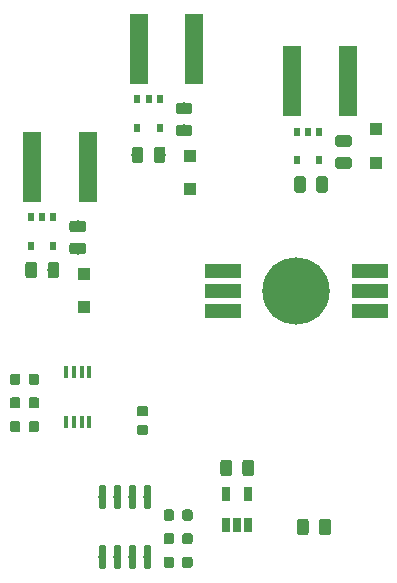
<source format=gbr>
G04 #@! TF.GenerationSoftware,KiCad,Pcbnew,5.1.4-e60b266~84~ubuntu18.04.1*
G04 #@! TF.CreationDate,2019-11-01T22:23:45-06:00*
G04 #@! TF.ProjectId,cob_single,636f625f-7369-46e6-976c-652e6b696361,rev?*
G04 #@! TF.SameCoordinates,Original*
G04 #@! TF.FileFunction,Paste,Top*
G04 #@! TF.FilePolarity,Positive*
%FSLAX46Y46*%
G04 Gerber Fmt 4.6, Leading zero omitted, Abs format (unit mm)*
G04 Created by KiCad (PCBNEW 5.1.4-e60b266~84~ubuntu18.04.1) date 2019-11-01 22:23:45*
%MOMM*%
%LPD*%
G04 APERTURE LIST*
%ADD10C,0.100000*%
%ADD11C,0.975000*%
%ADD12R,0.550000X0.800000*%
%ADD13R,0.650000X1.220000*%
%ADD14R,1.600000X5.900000*%
%ADD15R,1.100000X1.100000*%
%ADD16R,3.100000X1.200000*%
%ADD17C,5.700000*%
%ADD18C,0.875000*%
%ADD19C,0.650000*%
%ADD20R,0.400000X1.100000*%
G04 APERTURE END LIST*
D10*
G36*
X152830142Y-92551174D02*
G01*
X152853803Y-92554684D01*
X152877007Y-92560496D01*
X152899529Y-92568554D01*
X152921153Y-92578782D01*
X152941670Y-92591079D01*
X152960883Y-92605329D01*
X152978607Y-92621393D01*
X152994671Y-92639117D01*
X153008921Y-92658330D01*
X153021218Y-92678847D01*
X153031446Y-92700471D01*
X153039504Y-92722993D01*
X153045316Y-92746197D01*
X153048826Y-92769858D01*
X153050000Y-92793750D01*
X153050000Y-93706250D01*
X153048826Y-93730142D01*
X153045316Y-93753803D01*
X153039504Y-93777007D01*
X153031446Y-93799529D01*
X153021218Y-93821153D01*
X153008921Y-93841670D01*
X152994671Y-93860883D01*
X152978607Y-93878607D01*
X152960883Y-93894671D01*
X152941670Y-93908921D01*
X152921153Y-93921218D01*
X152899529Y-93931446D01*
X152877007Y-93939504D01*
X152853803Y-93945316D01*
X152830142Y-93948826D01*
X152806250Y-93950000D01*
X152318750Y-93950000D01*
X152294858Y-93948826D01*
X152271197Y-93945316D01*
X152247993Y-93939504D01*
X152225471Y-93931446D01*
X152203847Y-93921218D01*
X152183330Y-93908921D01*
X152164117Y-93894671D01*
X152146393Y-93878607D01*
X152130329Y-93860883D01*
X152116079Y-93841670D01*
X152103782Y-93821153D01*
X152093554Y-93799529D01*
X152085496Y-93777007D01*
X152079684Y-93753803D01*
X152076174Y-93730142D01*
X152075000Y-93706250D01*
X152075000Y-92793750D01*
X152076174Y-92769858D01*
X152079684Y-92746197D01*
X152085496Y-92722993D01*
X152093554Y-92700471D01*
X152103782Y-92678847D01*
X152116079Y-92658330D01*
X152130329Y-92639117D01*
X152146393Y-92621393D01*
X152164117Y-92605329D01*
X152183330Y-92591079D01*
X152203847Y-92578782D01*
X152225471Y-92568554D01*
X152247993Y-92560496D01*
X152271197Y-92554684D01*
X152294858Y-92551174D01*
X152318750Y-92550000D01*
X152806250Y-92550000D01*
X152830142Y-92551174D01*
X152830142Y-92551174D01*
G37*
D11*
X152562500Y-93250000D03*
D10*
G36*
X154705142Y-92551174D02*
G01*
X154728803Y-92554684D01*
X154752007Y-92560496D01*
X154774529Y-92568554D01*
X154796153Y-92578782D01*
X154816670Y-92591079D01*
X154835883Y-92605329D01*
X154853607Y-92621393D01*
X154869671Y-92639117D01*
X154883921Y-92658330D01*
X154896218Y-92678847D01*
X154906446Y-92700471D01*
X154914504Y-92722993D01*
X154920316Y-92746197D01*
X154923826Y-92769858D01*
X154925000Y-92793750D01*
X154925000Y-93706250D01*
X154923826Y-93730142D01*
X154920316Y-93753803D01*
X154914504Y-93777007D01*
X154906446Y-93799529D01*
X154896218Y-93821153D01*
X154883921Y-93841670D01*
X154869671Y-93860883D01*
X154853607Y-93878607D01*
X154835883Y-93894671D01*
X154816670Y-93908921D01*
X154796153Y-93921218D01*
X154774529Y-93931446D01*
X154752007Y-93939504D01*
X154728803Y-93945316D01*
X154705142Y-93948826D01*
X154681250Y-93950000D01*
X154193750Y-93950000D01*
X154169858Y-93948826D01*
X154146197Y-93945316D01*
X154122993Y-93939504D01*
X154100471Y-93931446D01*
X154078847Y-93921218D01*
X154058330Y-93908921D01*
X154039117Y-93894671D01*
X154021393Y-93878607D01*
X154005329Y-93860883D01*
X153991079Y-93841670D01*
X153978782Y-93821153D01*
X153968554Y-93799529D01*
X153960496Y-93777007D01*
X153954684Y-93753803D01*
X153951174Y-93730142D01*
X153950000Y-93706250D01*
X153950000Y-92793750D01*
X153951174Y-92769858D01*
X153954684Y-92746197D01*
X153960496Y-92722993D01*
X153968554Y-92700471D01*
X153978782Y-92678847D01*
X153991079Y-92658330D01*
X154005329Y-92639117D01*
X154021393Y-92621393D01*
X154039117Y-92605329D01*
X154058330Y-92591079D01*
X154078847Y-92578782D01*
X154100471Y-92568554D01*
X154122993Y-92560496D01*
X154146197Y-92554684D01*
X154169858Y-92551174D01*
X154193750Y-92550000D01*
X154681250Y-92550000D01*
X154705142Y-92551174D01*
X154705142Y-92551174D01*
G37*
D11*
X154437500Y-93250000D03*
D10*
G36*
X156980142Y-89076174D02*
G01*
X157003803Y-89079684D01*
X157027007Y-89085496D01*
X157049529Y-89093554D01*
X157071153Y-89103782D01*
X157091670Y-89116079D01*
X157110883Y-89130329D01*
X157128607Y-89146393D01*
X157144671Y-89164117D01*
X157158921Y-89183330D01*
X157171218Y-89203847D01*
X157181446Y-89225471D01*
X157189504Y-89247993D01*
X157195316Y-89271197D01*
X157198826Y-89294858D01*
X157200000Y-89318750D01*
X157200000Y-89806250D01*
X157198826Y-89830142D01*
X157195316Y-89853803D01*
X157189504Y-89877007D01*
X157181446Y-89899529D01*
X157171218Y-89921153D01*
X157158921Y-89941670D01*
X157144671Y-89960883D01*
X157128607Y-89978607D01*
X157110883Y-89994671D01*
X157091670Y-90008921D01*
X157071153Y-90021218D01*
X157049529Y-90031446D01*
X157027007Y-90039504D01*
X157003803Y-90045316D01*
X156980142Y-90048826D01*
X156956250Y-90050000D01*
X156043750Y-90050000D01*
X156019858Y-90048826D01*
X155996197Y-90045316D01*
X155972993Y-90039504D01*
X155950471Y-90031446D01*
X155928847Y-90021218D01*
X155908330Y-90008921D01*
X155889117Y-89994671D01*
X155871393Y-89978607D01*
X155855329Y-89960883D01*
X155841079Y-89941670D01*
X155828782Y-89921153D01*
X155818554Y-89899529D01*
X155810496Y-89877007D01*
X155804684Y-89853803D01*
X155801174Y-89830142D01*
X155800000Y-89806250D01*
X155800000Y-89318750D01*
X155801174Y-89294858D01*
X155804684Y-89271197D01*
X155810496Y-89247993D01*
X155818554Y-89225471D01*
X155828782Y-89203847D01*
X155841079Y-89183330D01*
X155855329Y-89164117D01*
X155871393Y-89146393D01*
X155889117Y-89130329D01*
X155908330Y-89116079D01*
X155928847Y-89103782D01*
X155950471Y-89093554D01*
X155972993Y-89085496D01*
X155996197Y-89079684D01*
X156019858Y-89076174D01*
X156043750Y-89075000D01*
X156956250Y-89075000D01*
X156980142Y-89076174D01*
X156980142Y-89076174D01*
G37*
D11*
X156500000Y-89562500D03*
D10*
G36*
X156980142Y-90951174D02*
G01*
X157003803Y-90954684D01*
X157027007Y-90960496D01*
X157049529Y-90968554D01*
X157071153Y-90978782D01*
X157091670Y-90991079D01*
X157110883Y-91005329D01*
X157128607Y-91021393D01*
X157144671Y-91039117D01*
X157158921Y-91058330D01*
X157171218Y-91078847D01*
X157181446Y-91100471D01*
X157189504Y-91122993D01*
X157195316Y-91146197D01*
X157198826Y-91169858D01*
X157200000Y-91193750D01*
X157200000Y-91681250D01*
X157198826Y-91705142D01*
X157195316Y-91728803D01*
X157189504Y-91752007D01*
X157181446Y-91774529D01*
X157171218Y-91796153D01*
X157158921Y-91816670D01*
X157144671Y-91835883D01*
X157128607Y-91853607D01*
X157110883Y-91869671D01*
X157091670Y-91883921D01*
X157071153Y-91896218D01*
X157049529Y-91906446D01*
X157027007Y-91914504D01*
X157003803Y-91920316D01*
X156980142Y-91923826D01*
X156956250Y-91925000D01*
X156043750Y-91925000D01*
X156019858Y-91923826D01*
X155996197Y-91920316D01*
X155972993Y-91914504D01*
X155950471Y-91906446D01*
X155928847Y-91896218D01*
X155908330Y-91883921D01*
X155889117Y-91869671D01*
X155871393Y-91853607D01*
X155855329Y-91835883D01*
X155841079Y-91816670D01*
X155828782Y-91796153D01*
X155818554Y-91774529D01*
X155810496Y-91752007D01*
X155804684Y-91728803D01*
X155801174Y-91705142D01*
X155800000Y-91681250D01*
X155800000Y-91193750D01*
X155801174Y-91169858D01*
X155804684Y-91146197D01*
X155810496Y-91122993D01*
X155818554Y-91100471D01*
X155828782Y-91078847D01*
X155841079Y-91058330D01*
X155855329Y-91039117D01*
X155871393Y-91021393D01*
X155889117Y-91005329D01*
X155908330Y-90991079D01*
X155928847Y-90978782D01*
X155950471Y-90968554D01*
X155972993Y-90960496D01*
X155996197Y-90954684D01*
X156019858Y-90951174D01*
X156043750Y-90950000D01*
X156956250Y-90950000D01*
X156980142Y-90951174D01*
X156980142Y-90951174D01*
G37*
D11*
X156500000Y-91437500D03*
D12*
X176950000Y-83950000D03*
X175050000Y-83950000D03*
X176950000Y-81550000D03*
X175050000Y-81550000D03*
X176000000Y-81550000D03*
X163450000Y-81200000D03*
X161550000Y-81200000D03*
X163450000Y-78800000D03*
X161550000Y-78800000D03*
X162500000Y-78800000D03*
X154450000Y-91200000D03*
X152550000Y-91200000D03*
X154450000Y-88800000D03*
X152550000Y-88800000D03*
X153500000Y-88800000D03*
D13*
X169050000Y-112190000D03*
X170950000Y-112190000D03*
X170950000Y-114810000D03*
X170000000Y-114810000D03*
X169050000Y-114810000D03*
D10*
G36*
X175580142Y-85301174D02*
G01*
X175603803Y-85304684D01*
X175627007Y-85310496D01*
X175649529Y-85318554D01*
X175671153Y-85328782D01*
X175691670Y-85341079D01*
X175710883Y-85355329D01*
X175728607Y-85371393D01*
X175744671Y-85389117D01*
X175758921Y-85408330D01*
X175771218Y-85428847D01*
X175781446Y-85450471D01*
X175789504Y-85472993D01*
X175795316Y-85496197D01*
X175798826Y-85519858D01*
X175800000Y-85543750D01*
X175800000Y-86456250D01*
X175798826Y-86480142D01*
X175795316Y-86503803D01*
X175789504Y-86527007D01*
X175781446Y-86549529D01*
X175771218Y-86571153D01*
X175758921Y-86591670D01*
X175744671Y-86610883D01*
X175728607Y-86628607D01*
X175710883Y-86644671D01*
X175691670Y-86658921D01*
X175671153Y-86671218D01*
X175649529Y-86681446D01*
X175627007Y-86689504D01*
X175603803Y-86695316D01*
X175580142Y-86698826D01*
X175556250Y-86700000D01*
X175068750Y-86700000D01*
X175044858Y-86698826D01*
X175021197Y-86695316D01*
X174997993Y-86689504D01*
X174975471Y-86681446D01*
X174953847Y-86671218D01*
X174933330Y-86658921D01*
X174914117Y-86644671D01*
X174896393Y-86628607D01*
X174880329Y-86610883D01*
X174866079Y-86591670D01*
X174853782Y-86571153D01*
X174843554Y-86549529D01*
X174835496Y-86527007D01*
X174829684Y-86503803D01*
X174826174Y-86480142D01*
X174825000Y-86456250D01*
X174825000Y-85543750D01*
X174826174Y-85519858D01*
X174829684Y-85496197D01*
X174835496Y-85472993D01*
X174843554Y-85450471D01*
X174853782Y-85428847D01*
X174866079Y-85408330D01*
X174880329Y-85389117D01*
X174896393Y-85371393D01*
X174914117Y-85355329D01*
X174933330Y-85341079D01*
X174953847Y-85328782D01*
X174975471Y-85318554D01*
X174997993Y-85310496D01*
X175021197Y-85304684D01*
X175044858Y-85301174D01*
X175068750Y-85300000D01*
X175556250Y-85300000D01*
X175580142Y-85301174D01*
X175580142Y-85301174D01*
G37*
D11*
X175312500Y-86000000D03*
D10*
G36*
X177455142Y-85301174D02*
G01*
X177478803Y-85304684D01*
X177502007Y-85310496D01*
X177524529Y-85318554D01*
X177546153Y-85328782D01*
X177566670Y-85341079D01*
X177585883Y-85355329D01*
X177603607Y-85371393D01*
X177619671Y-85389117D01*
X177633921Y-85408330D01*
X177646218Y-85428847D01*
X177656446Y-85450471D01*
X177664504Y-85472993D01*
X177670316Y-85496197D01*
X177673826Y-85519858D01*
X177675000Y-85543750D01*
X177675000Y-86456250D01*
X177673826Y-86480142D01*
X177670316Y-86503803D01*
X177664504Y-86527007D01*
X177656446Y-86549529D01*
X177646218Y-86571153D01*
X177633921Y-86591670D01*
X177619671Y-86610883D01*
X177603607Y-86628607D01*
X177585883Y-86644671D01*
X177566670Y-86658921D01*
X177546153Y-86671218D01*
X177524529Y-86681446D01*
X177502007Y-86689504D01*
X177478803Y-86695316D01*
X177455142Y-86698826D01*
X177431250Y-86700000D01*
X176943750Y-86700000D01*
X176919858Y-86698826D01*
X176896197Y-86695316D01*
X176872993Y-86689504D01*
X176850471Y-86681446D01*
X176828847Y-86671218D01*
X176808330Y-86658921D01*
X176789117Y-86644671D01*
X176771393Y-86628607D01*
X176755329Y-86610883D01*
X176741079Y-86591670D01*
X176728782Y-86571153D01*
X176718554Y-86549529D01*
X176710496Y-86527007D01*
X176704684Y-86503803D01*
X176701174Y-86480142D01*
X176700000Y-86456250D01*
X176700000Y-85543750D01*
X176701174Y-85519858D01*
X176704684Y-85496197D01*
X176710496Y-85472993D01*
X176718554Y-85450471D01*
X176728782Y-85428847D01*
X176741079Y-85408330D01*
X176755329Y-85389117D01*
X176771393Y-85371393D01*
X176789117Y-85355329D01*
X176808330Y-85341079D01*
X176828847Y-85328782D01*
X176850471Y-85318554D01*
X176872993Y-85310496D01*
X176896197Y-85304684D01*
X176919858Y-85301174D01*
X176943750Y-85300000D01*
X177431250Y-85300000D01*
X177455142Y-85301174D01*
X177455142Y-85301174D01*
G37*
D11*
X177187500Y-86000000D03*
D10*
G36*
X161830142Y-82801174D02*
G01*
X161853803Y-82804684D01*
X161877007Y-82810496D01*
X161899529Y-82818554D01*
X161921153Y-82828782D01*
X161941670Y-82841079D01*
X161960883Y-82855329D01*
X161978607Y-82871393D01*
X161994671Y-82889117D01*
X162008921Y-82908330D01*
X162021218Y-82928847D01*
X162031446Y-82950471D01*
X162039504Y-82972993D01*
X162045316Y-82996197D01*
X162048826Y-83019858D01*
X162050000Y-83043750D01*
X162050000Y-83956250D01*
X162048826Y-83980142D01*
X162045316Y-84003803D01*
X162039504Y-84027007D01*
X162031446Y-84049529D01*
X162021218Y-84071153D01*
X162008921Y-84091670D01*
X161994671Y-84110883D01*
X161978607Y-84128607D01*
X161960883Y-84144671D01*
X161941670Y-84158921D01*
X161921153Y-84171218D01*
X161899529Y-84181446D01*
X161877007Y-84189504D01*
X161853803Y-84195316D01*
X161830142Y-84198826D01*
X161806250Y-84200000D01*
X161318750Y-84200000D01*
X161294858Y-84198826D01*
X161271197Y-84195316D01*
X161247993Y-84189504D01*
X161225471Y-84181446D01*
X161203847Y-84171218D01*
X161183330Y-84158921D01*
X161164117Y-84144671D01*
X161146393Y-84128607D01*
X161130329Y-84110883D01*
X161116079Y-84091670D01*
X161103782Y-84071153D01*
X161093554Y-84049529D01*
X161085496Y-84027007D01*
X161079684Y-84003803D01*
X161076174Y-83980142D01*
X161075000Y-83956250D01*
X161075000Y-83043750D01*
X161076174Y-83019858D01*
X161079684Y-82996197D01*
X161085496Y-82972993D01*
X161093554Y-82950471D01*
X161103782Y-82928847D01*
X161116079Y-82908330D01*
X161130329Y-82889117D01*
X161146393Y-82871393D01*
X161164117Y-82855329D01*
X161183330Y-82841079D01*
X161203847Y-82828782D01*
X161225471Y-82818554D01*
X161247993Y-82810496D01*
X161271197Y-82804684D01*
X161294858Y-82801174D01*
X161318750Y-82800000D01*
X161806250Y-82800000D01*
X161830142Y-82801174D01*
X161830142Y-82801174D01*
G37*
D11*
X161562500Y-83500000D03*
D10*
G36*
X163705142Y-82801174D02*
G01*
X163728803Y-82804684D01*
X163752007Y-82810496D01*
X163774529Y-82818554D01*
X163796153Y-82828782D01*
X163816670Y-82841079D01*
X163835883Y-82855329D01*
X163853607Y-82871393D01*
X163869671Y-82889117D01*
X163883921Y-82908330D01*
X163896218Y-82928847D01*
X163906446Y-82950471D01*
X163914504Y-82972993D01*
X163920316Y-82996197D01*
X163923826Y-83019858D01*
X163925000Y-83043750D01*
X163925000Y-83956250D01*
X163923826Y-83980142D01*
X163920316Y-84003803D01*
X163914504Y-84027007D01*
X163906446Y-84049529D01*
X163896218Y-84071153D01*
X163883921Y-84091670D01*
X163869671Y-84110883D01*
X163853607Y-84128607D01*
X163835883Y-84144671D01*
X163816670Y-84158921D01*
X163796153Y-84171218D01*
X163774529Y-84181446D01*
X163752007Y-84189504D01*
X163728803Y-84195316D01*
X163705142Y-84198826D01*
X163681250Y-84200000D01*
X163193750Y-84200000D01*
X163169858Y-84198826D01*
X163146197Y-84195316D01*
X163122993Y-84189504D01*
X163100471Y-84181446D01*
X163078847Y-84171218D01*
X163058330Y-84158921D01*
X163039117Y-84144671D01*
X163021393Y-84128607D01*
X163005329Y-84110883D01*
X162991079Y-84091670D01*
X162978782Y-84071153D01*
X162968554Y-84049529D01*
X162960496Y-84027007D01*
X162954684Y-84003803D01*
X162951174Y-83980142D01*
X162950000Y-83956250D01*
X162950000Y-83043750D01*
X162951174Y-83019858D01*
X162954684Y-82996197D01*
X162960496Y-82972993D01*
X162968554Y-82950471D01*
X162978782Y-82928847D01*
X162991079Y-82908330D01*
X163005329Y-82889117D01*
X163021393Y-82871393D01*
X163039117Y-82855329D01*
X163058330Y-82841079D01*
X163078847Y-82828782D01*
X163100471Y-82818554D01*
X163122993Y-82810496D01*
X163146197Y-82804684D01*
X163169858Y-82801174D01*
X163193750Y-82800000D01*
X163681250Y-82800000D01*
X163705142Y-82801174D01*
X163705142Y-82801174D01*
G37*
D11*
X163437500Y-83500000D03*
D14*
X179350000Y-77250000D03*
X174650000Y-77250000D03*
X161650000Y-74500000D03*
X166350000Y-74500000D03*
X152650000Y-84500000D03*
X157350000Y-84500000D03*
D15*
X181750000Y-84150000D03*
X181750000Y-81350000D03*
X166000000Y-83600000D03*
X166000000Y-86400000D03*
X157000000Y-93600000D03*
X157000000Y-96400000D03*
D10*
G36*
X179480142Y-81826174D02*
G01*
X179503803Y-81829684D01*
X179527007Y-81835496D01*
X179549529Y-81843554D01*
X179571153Y-81853782D01*
X179591670Y-81866079D01*
X179610883Y-81880329D01*
X179628607Y-81896393D01*
X179644671Y-81914117D01*
X179658921Y-81933330D01*
X179671218Y-81953847D01*
X179681446Y-81975471D01*
X179689504Y-81997993D01*
X179695316Y-82021197D01*
X179698826Y-82044858D01*
X179700000Y-82068750D01*
X179700000Y-82556250D01*
X179698826Y-82580142D01*
X179695316Y-82603803D01*
X179689504Y-82627007D01*
X179681446Y-82649529D01*
X179671218Y-82671153D01*
X179658921Y-82691670D01*
X179644671Y-82710883D01*
X179628607Y-82728607D01*
X179610883Y-82744671D01*
X179591670Y-82758921D01*
X179571153Y-82771218D01*
X179549529Y-82781446D01*
X179527007Y-82789504D01*
X179503803Y-82795316D01*
X179480142Y-82798826D01*
X179456250Y-82800000D01*
X178543750Y-82800000D01*
X178519858Y-82798826D01*
X178496197Y-82795316D01*
X178472993Y-82789504D01*
X178450471Y-82781446D01*
X178428847Y-82771218D01*
X178408330Y-82758921D01*
X178389117Y-82744671D01*
X178371393Y-82728607D01*
X178355329Y-82710883D01*
X178341079Y-82691670D01*
X178328782Y-82671153D01*
X178318554Y-82649529D01*
X178310496Y-82627007D01*
X178304684Y-82603803D01*
X178301174Y-82580142D01*
X178300000Y-82556250D01*
X178300000Y-82068750D01*
X178301174Y-82044858D01*
X178304684Y-82021197D01*
X178310496Y-81997993D01*
X178318554Y-81975471D01*
X178328782Y-81953847D01*
X178341079Y-81933330D01*
X178355329Y-81914117D01*
X178371393Y-81896393D01*
X178389117Y-81880329D01*
X178408330Y-81866079D01*
X178428847Y-81853782D01*
X178450471Y-81843554D01*
X178472993Y-81835496D01*
X178496197Y-81829684D01*
X178519858Y-81826174D01*
X178543750Y-81825000D01*
X179456250Y-81825000D01*
X179480142Y-81826174D01*
X179480142Y-81826174D01*
G37*
D11*
X179000000Y-82312500D03*
D10*
G36*
X179480142Y-83701174D02*
G01*
X179503803Y-83704684D01*
X179527007Y-83710496D01*
X179549529Y-83718554D01*
X179571153Y-83728782D01*
X179591670Y-83741079D01*
X179610883Y-83755329D01*
X179628607Y-83771393D01*
X179644671Y-83789117D01*
X179658921Y-83808330D01*
X179671218Y-83828847D01*
X179681446Y-83850471D01*
X179689504Y-83872993D01*
X179695316Y-83896197D01*
X179698826Y-83919858D01*
X179700000Y-83943750D01*
X179700000Y-84431250D01*
X179698826Y-84455142D01*
X179695316Y-84478803D01*
X179689504Y-84502007D01*
X179681446Y-84524529D01*
X179671218Y-84546153D01*
X179658921Y-84566670D01*
X179644671Y-84585883D01*
X179628607Y-84603607D01*
X179610883Y-84619671D01*
X179591670Y-84633921D01*
X179571153Y-84646218D01*
X179549529Y-84656446D01*
X179527007Y-84664504D01*
X179503803Y-84670316D01*
X179480142Y-84673826D01*
X179456250Y-84675000D01*
X178543750Y-84675000D01*
X178519858Y-84673826D01*
X178496197Y-84670316D01*
X178472993Y-84664504D01*
X178450471Y-84656446D01*
X178428847Y-84646218D01*
X178408330Y-84633921D01*
X178389117Y-84619671D01*
X178371393Y-84603607D01*
X178355329Y-84585883D01*
X178341079Y-84566670D01*
X178328782Y-84546153D01*
X178318554Y-84524529D01*
X178310496Y-84502007D01*
X178304684Y-84478803D01*
X178301174Y-84455142D01*
X178300000Y-84431250D01*
X178300000Y-83943750D01*
X178301174Y-83919858D01*
X178304684Y-83896197D01*
X178310496Y-83872993D01*
X178318554Y-83850471D01*
X178328782Y-83828847D01*
X178341079Y-83808330D01*
X178355329Y-83789117D01*
X178371393Y-83771393D01*
X178389117Y-83755329D01*
X178408330Y-83741079D01*
X178428847Y-83728782D01*
X178450471Y-83718554D01*
X178472993Y-83710496D01*
X178496197Y-83704684D01*
X178519858Y-83701174D01*
X178543750Y-83700000D01*
X179456250Y-83700000D01*
X179480142Y-83701174D01*
X179480142Y-83701174D01*
G37*
D11*
X179000000Y-84187500D03*
D10*
G36*
X171205142Y-109301174D02*
G01*
X171228803Y-109304684D01*
X171252007Y-109310496D01*
X171274529Y-109318554D01*
X171296153Y-109328782D01*
X171316670Y-109341079D01*
X171335883Y-109355329D01*
X171353607Y-109371393D01*
X171369671Y-109389117D01*
X171383921Y-109408330D01*
X171396218Y-109428847D01*
X171406446Y-109450471D01*
X171414504Y-109472993D01*
X171420316Y-109496197D01*
X171423826Y-109519858D01*
X171425000Y-109543750D01*
X171425000Y-110456250D01*
X171423826Y-110480142D01*
X171420316Y-110503803D01*
X171414504Y-110527007D01*
X171406446Y-110549529D01*
X171396218Y-110571153D01*
X171383921Y-110591670D01*
X171369671Y-110610883D01*
X171353607Y-110628607D01*
X171335883Y-110644671D01*
X171316670Y-110658921D01*
X171296153Y-110671218D01*
X171274529Y-110681446D01*
X171252007Y-110689504D01*
X171228803Y-110695316D01*
X171205142Y-110698826D01*
X171181250Y-110700000D01*
X170693750Y-110700000D01*
X170669858Y-110698826D01*
X170646197Y-110695316D01*
X170622993Y-110689504D01*
X170600471Y-110681446D01*
X170578847Y-110671218D01*
X170558330Y-110658921D01*
X170539117Y-110644671D01*
X170521393Y-110628607D01*
X170505329Y-110610883D01*
X170491079Y-110591670D01*
X170478782Y-110571153D01*
X170468554Y-110549529D01*
X170460496Y-110527007D01*
X170454684Y-110503803D01*
X170451174Y-110480142D01*
X170450000Y-110456250D01*
X170450000Y-109543750D01*
X170451174Y-109519858D01*
X170454684Y-109496197D01*
X170460496Y-109472993D01*
X170468554Y-109450471D01*
X170478782Y-109428847D01*
X170491079Y-109408330D01*
X170505329Y-109389117D01*
X170521393Y-109371393D01*
X170539117Y-109355329D01*
X170558330Y-109341079D01*
X170578847Y-109328782D01*
X170600471Y-109318554D01*
X170622993Y-109310496D01*
X170646197Y-109304684D01*
X170669858Y-109301174D01*
X170693750Y-109300000D01*
X171181250Y-109300000D01*
X171205142Y-109301174D01*
X171205142Y-109301174D01*
G37*
D11*
X170937500Y-110000000D03*
D10*
G36*
X169330142Y-109301174D02*
G01*
X169353803Y-109304684D01*
X169377007Y-109310496D01*
X169399529Y-109318554D01*
X169421153Y-109328782D01*
X169441670Y-109341079D01*
X169460883Y-109355329D01*
X169478607Y-109371393D01*
X169494671Y-109389117D01*
X169508921Y-109408330D01*
X169521218Y-109428847D01*
X169531446Y-109450471D01*
X169539504Y-109472993D01*
X169545316Y-109496197D01*
X169548826Y-109519858D01*
X169550000Y-109543750D01*
X169550000Y-110456250D01*
X169548826Y-110480142D01*
X169545316Y-110503803D01*
X169539504Y-110527007D01*
X169531446Y-110549529D01*
X169521218Y-110571153D01*
X169508921Y-110591670D01*
X169494671Y-110610883D01*
X169478607Y-110628607D01*
X169460883Y-110644671D01*
X169441670Y-110658921D01*
X169421153Y-110671218D01*
X169399529Y-110681446D01*
X169377007Y-110689504D01*
X169353803Y-110695316D01*
X169330142Y-110698826D01*
X169306250Y-110700000D01*
X168818750Y-110700000D01*
X168794858Y-110698826D01*
X168771197Y-110695316D01*
X168747993Y-110689504D01*
X168725471Y-110681446D01*
X168703847Y-110671218D01*
X168683330Y-110658921D01*
X168664117Y-110644671D01*
X168646393Y-110628607D01*
X168630329Y-110610883D01*
X168616079Y-110591670D01*
X168603782Y-110571153D01*
X168593554Y-110549529D01*
X168585496Y-110527007D01*
X168579684Y-110503803D01*
X168576174Y-110480142D01*
X168575000Y-110456250D01*
X168575000Y-109543750D01*
X168576174Y-109519858D01*
X168579684Y-109496197D01*
X168585496Y-109472993D01*
X168593554Y-109450471D01*
X168603782Y-109428847D01*
X168616079Y-109408330D01*
X168630329Y-109389117D01*
X168646393Y-109371393D01*
X168664117Y-109355329D01*
X168683330Y-109341079D01*
X168703847Y-109328782D01*
X168725471Y-109318554D01*
X168747993Y-109310496D01*
X168771197Y-109304684D01*
X168794858Y-109301174D01*
X168818750Y-109300000D01*
X169306250Y-109300000D01*
X169330142Y-109301174D01*
X169330142Y-109301174D01*
G37*
D11*
X169062500Y-110000000D03*
D10*
G36*
X165980142Y-79076174D02*
G01*
X166003803Y-79079684D01*
X166027007Y-79085496D01*
X166049529Y-79093554D01*
X166071153Y-79103782D01*
X166091670Y-79116079D01*
X166110883Y-79130329D01*
X166128607Y-79146393D01*
X166144671Y-79164117D01*
X166158921Y-79183330D01*
X166171218Y-79203847D01*
X166181446Y-79225471D01*
X166189504Y-79247993D01*
X166195316Y-79271197D01*
X166198826Y-79294858D01*
X166200000Y-79318750D01*
X166200000Y-79806250D01*
X166198826Y-79830142D01*
X166195316Y-79853803D01*
X166189504Y-79877007D01*
X166181446Y-79899529D01*
X166171218Y-79921153D01*
X166158921Y-79941670D01*
X166144671Y-79960883D01*
X166128607Y-79978607D01*
X166110883Y-79994671D01*
X166091670Y-80008921D01*
X166071153Y-80021218D01*
X166049529Y-80031446D01*
X166027007Y-80039504D01*
X166003803Y-80045316D01*
X165980142Y-80048826D01*
X165956250Y-80050000D01*
X165043750Y-80050000D01*
X165019858Y-80048826D01*
X164996197Y-80045316D01*
X164972993Y-80039504D01*
X164950471Y-80031446D01*
X164928847Y-80021218D01*
X164908330Y-80008921D01*
X164889117Y-79994671D01*
X164871393Y-79978607D01*
X164855329Y-79960883D01*
X164841079Y-79941670D01*
X164828782Y-79921153D01*
X164818554Y-79899529D01*
X164810496Y-79877007D01*
X164804684Y-79853803D01*
X164801174Y-79830142D01*
X164800000Y-79806250D01*
X164800000Y-79318750D01*
X164801174Y-79294858D01*
X164804684Y-79271197D01*
X164810496Y-79247993D01*
X164818554Y-79225471D01*
X164828782Y-79203847D01*
X164841079Y-79183330D01*
X164855329Y-79164117D01*
X164871393Y-79146393D01*
X164889117Y-79130329D01*
X164908330Y-79116079D01*
X164928847Y-79103782D01*
X164950471Y-79093554D01*
X164972993Y-79085496D01*
X164996197Y-79079684D01*
X165019858Y-79076174D01*
X165043750Y-79075000D01*
X165956250Y-79075000D01*
X165980142Y-79076174D01*
X165980142Y-79076174D01*
G37*
D11*
X165500000Y-79562500D03*
D10*
G36*
X165980142Y-80951174D02*
G01*
X166003803Y-80954684D01*
X166027007Y-80960496D01*
X166049529Y-80968554D01*
X166071153Y-80978782D01*
X166091670Y-80991079D01*
X166110883Y-81005329D01*
X166128607Y-81021393D01*
X166144671Y-81039117D01*
X166158921Y-81058330D01*
X166171218Y-81078847D01*
X166181446Y-81100471D01*
X166189504Y-81122993D01*
X166195316Y-81146197D01*
X166198826Y-81169858D01*
X166200000Y-81193750D01*
X166200000Y-81681250D01*
X166198826Y-81705142D01*
X166195316Y-81728803D01*
X166189504Y-81752007D01*
X166181446Y-81774529D01*
X166171218Y-81796153D01*
X166158921Y-81816670D01*
X166144671Y-81835883D01*
X166128607Y-81853607D01*
X166110883Y-81869671D01*
X166091670Y-81883921D01*
X166071153Y-81896218D01*
X166049529Y-81906446D01*
X166027007Y-81914504D01*
X166003803Y-81920316D01*
X165980142Y-81923826D01*
X165956250Y-81925000D01*
X165043750Y-81925000D01*
X165019858Y-81923826D01*
X164996197Y-81920316D01*
X164972993Y-81914504D01*
X164950471Y-81906446D01*
X164928847Y-81896218D01*
X164908330Y-81883921D01*
X164889117Y-81869671D01*
X164871393Y-81853607D01*
X164855329Y-81835883D01*
X164841079Y-81816670D01*
X164828782Y-81796153D01*
X164818554Y-81774529D01*
X164810496Y-81752007D01*
X164804684Y-81728803D01*
X164801174Y-81705142D01*
X164800000Y-81681250D01*
X164800000Y-81193750D01*
X164801174Y-81169858D01*
X164804684Y-81146197D01*
X164810496Y-81122993D01*
X164818554Y-81100471D01*
X164828782Y-81078847D01*
X164841079Y-81058330D01*
X164855329Y-81039117D01*
X164871393Y-81021393D01*
X164889117Y-81005329D01*
X164908330Y-80991079D01*
X164928847Y-80978782D01*
X164950471Y-80968554D01*
X164972993Y-80960496D01*
X164996197Y-80954684D01*
X165019858Y-80951174D01*
X165043750Y-80950000D01*
X165956250Y-80950000D01*
X165980142Y-80951174D01*
X165980142Y-80951174D01*
G37*
D11*
X165500000Y-81437500D03*
D16*
X181220000Y-96700000D03*
X181220000Y-95000000D03*
X181220000Y-93300000D03*
D17*
X175000000Y-95000000D03*
D16*
X168780000Y-93300000D03*
X168780000Y-95000000D03*
X168780000Y-96700000D03*
D10*
G36*
X166027691Y-117526053D02*
G01*
X166048926Y-117529203D01*
X166069750Y-117534419D01*
X166089962Y-117541651D01*
X166109368Y-117550830D01*
X166127781Y-117561866D01*
X166145024Y-117574654D01*
X166160930Y-117589070D01*
X166175346Y-117604976D01*
X166188134Y-117622219D01*
X166199170Y-117640632D01*
X166208349Y-117660038D01*
X166215581Y-117680250D01*
X166220797Y-117701074D01*
X166223947Y-117722309D01*
X166225000Y-117743750D01*
X166225000Y-118256250D01*
X166223947Y-118277691D01*
X166220797Y-118298926D01*
X166215581Y-118319750D01*
X166208349Y-118339962D01*
X166199170Y-118359368D01*
X166188134Y-118377781D01*
X166175346Y-118395024D01*
X166160930Y-118410930D01*
X166145024Y-118425346D01*
X166127781Y-118438134D01*
X166109368Y-118449170D01*
X166089962Y-118458349D01*
X166069750Y-118465581D01*
X166048926Y-118470797D01*
X166027691Y-118473947D01*
X166006250Y-118475000D01*
X165568750Y-118475000D01*
X165547309Y-118473947D01*
X165526074Y-118470797D01*
X165505250Y-118465581D01*
X165485038Y-118458349D01*
X165465632Y-118449170D01*
X165447219Y-118438134D01*
X165429976Y-118425346D01*
X165414070Y-118410930D01*
X165399654Y-118395024D01*
X165386866Y-118377781D01*
X165375830Y-118359368D01*
X165366651Y-118339962D01*
X165359419Y-118319750D01*
X165354203Y-118298926D01*
X165351053Y-118277691D01*
X165350000Y-118256250D01*
X165350000Y-117743750D01*
X165351053Y-117722309D01*
X165354203Y-117701074D01*
X165359419Y-117680250D01*
X165366651Y-117660038D01*
X165375830Y-117640632D01*
X165386866Y-117622219D01*
X165399654Y-117604976D01*
X165414070Y-117589070D01*
X165429976Y-117574654D01*
X165447219Y-117561866D01*
X165465632Y-117550830D01*
X165485038Y-117541651D01*
X165505250Y-117534419D01*
X165526074Y-117529203D01*
X165547309Y-117526053D01*
X165568750Y-117525000D01*
X166006250Y-117525000D01*
X166027691Y-117526053D01*
X166027691Y-117526053D01*
G37*
D18*
X165787500Y-118000000D03*
D10*
G36*
X164452691Y-117526053D02*
G01*
X164473926Y-117529203D01*
X164494750Y-117534419D01*
X164514962Y-117541651D01*
X164534368Y-117550830D01*
X164552781Y-117561866D01*
X164570024Y-117574654D01*
X164585930Y-117589070D01*
X164600346Y-117604976D01*
X164613134Y-117622219D01*
X164624170Y-117640632D01*
X164633349Y-117660038D01*
X164640581Y-117680250D01*
X164645797Y-117701074D01*
X164648947Y-117722309D01*
X164650000Y-117743750D01*
X164650000Y-118256250D01*
X164648947Y-118277691D01*
X164645797Y-118298926D01*
X164640581Y-118319750D01*
X164633349Y-118339962D01*
X164624170Y-118359368D01*
X164613134Y-118377781D01*
X164600346Y-118395024D01*
X164585930Y-118410930D01*
X164570024Y-118425346D01*
X164552781Y-118438134D01*
X164534368Y-118449170D01*
X164514962Y-118458349D01*
X164494750Y-118465581D01*
X164473926Y-118470797D01*
X164452691Y-118473947D01*
X164431250Y-118475000D01*
X163993750Y-118475000D01*
X163972309Y-118473947D01*
X163951074Y-118470797D01*
X163930250Y-118465581D01*
X163910038Y-118458349D01*
X163890632Y-118449170D01*
X163872219Y-118438134D01*
X163854976Y-118425346D01*
X163839070Y-118410930D01*
X163824654Y-118395024D01*
X163811866Y-118377781D01*
X163800830Y-118359368D01*
X163791651Y-118339962D01*
X163784419Y-118319750D01*
X163779203Y-118298926D01*
X163776053Y-118277691D01*
X163775000Y-118256250D01*
X163775000Y-117743750D01*
X163776053Y-117722309D01*
X163779203Y-117701074D01*
X163784419Y-117680250D01*
X163791651Y-117660038D01*
X163800830Y-117640632D01*
X163811866Y-117622219D01*
X163824654Y-117604976D01*
X163839070Y-117589070D01*
X163854976Y-117574654D01*
X163872219Y-117561866D01*
X163890632Y-117550830D01*
X163910038Y-117541651D01*
X163930250Y-117534419D01*
X163951074Y-117529203D01*
X163972309Y-117526053D01*
X163993750Y-117525000D01*
X164431250Y-117525000D01*
X164452691Y-117526053D01*
X164452691Y-117526053D01*
G37*
D18*
X164212500Y-118000000D03*
D10*
G36*
X162277691Y-106351053D02*
G01*
X162298926Y-106354203D01*
X162319750Y-106359419D01*
X162339962Y-106366651D01*
X162359368Y-106375830D01*
X162377781Y-106386866D01*
X162395024Y-106399654D01*
X162410930Y-106414070D01*
X162425346Y-106429976D01*
X162438134Y-106447219D01*
X162449170Y-106465632D01*
X162458349Y-106485038D01*
X162465581Y-106505250D01*
X162470797Y-106526074D01*
X162473947Y-106547309D01*
X162475000Y-106568750D01*
X162475000Y-107006250D01*
X162473947Y-107027691D01*
X162470797Y-107048926D01*
X162465581Y-107069750D01*
X162458349Y-107089962D01*
X162449170Y-107109368D01*
X162438134Y-107127781D01*
X162425346Y-107145024D01*
X162410930Y-107160930D01*
X162395024Y-107175346D01*
X162377781Y-107188134D01*
X162359368Y-107199170D01*
X162339962Y-107208349D01*
X162319750Y-107215581D01*
X162298926Y-107220797D01*
X162277691Y-107223947D01*
X162256250Y-107225000D01*
X161743750Y-107225000D01*
X161722309Y-107223947D01*
X161701074Y-107220797D01*
X161680250Y-107215581D01*
X161660038Y-107208349D01*
X161640632Y-107199170D01*
X161622219Y-107188134D01*
X161604976Y-107175346D01*
X161589070Y-107160930D01*
X161574654Y-107145024D01*
X161561866Y-107127781D01*
X161550830Y-107109368D01*
X161541651Y-107089962D01*
X161534419Y-107069750D01*
X161529203Y-107048926D01*
X161526053Y-107027691D01*
X161525000Y-107006250D01*
X161525000Y-106568750D01*
X161526053Y-106547309D01*
X161529203Y-106526074D01*
X161534419Y-106505250D01*
X161541651Y-106485038D01*
X161550830Y-106465632D01*
X161561866Y-106447219D01*
X161574654Y-106429976D01*
X161589070Y-106414070D01*
X161604976Y-106399654D01*
X161622219Y-106386866D01*
X161640632Y-106375830D01*
X161660038Y-106366651D01*
X161680250Y-106359419D01*
X161701074Y-106354203D01*
X161722309Y-106351053D01*
X161743750Y-106350000D01*
X162256250Y-106350000D01*
X162277691Y-106351053D01*
X162277691Y-106351053D01*
G37*
D18*
X162000000Y-106787500D03*
D10*
G36*
X162277691Y-104776053D02*
G01*
X162298926Y-104779203D01*
X162319750Y-104784419D01*
X162339962Y-104791651D01*
X162359368Y-104800830D01*
X162377781Y-104811866D01*
X162395024Y-104824654D01*
X162410930Y-104839070D01*
X162425346Y-104854976D01*
X162438134Y-104872219D01*
X162449170Y-104890632D01*
X162458349Y-104910038D01*
X162465581Y-104930250D01*
X162470797Y-104951074D01*
X162473947Y-104972309D01*
X162475000Y-104993750D01*
X162475000Y-105431250D01*
X162473947Y-105452691D01*
X162470797Y-105473926D01*
X162465581Y-105494750D01*
X162458349Y-105514962D01*
X162449170Y-105534368D01*
X162438134Y-105552781D01*
X162425346Y-105570024D01*
X162410930Y-105585930D01*
X162395024Y-105600346D01*
X162377781Y-105613134D01*
X162359368Y-105624170D01*
X162339962Y-105633349D01*
X162319750Y-105640581D01*
X162298926Y-105645797D01*
X162277691Y-105648947D01*
X162256250Y-105650000D01*
X161743750Y-105650000D01*
X161722309Y-105648947D01*
X161701074Y-105645797D01*
X161680250Y-105640581D01*
X161660038Y-105633349D01*
X161640632Y-105624170D01*
X161622219Y-105613134D01*
X161604976Y-105600346D01*
X161589070Y-105585930D01*
X161574654Y-105570024D01*
X161561866Y-105552781D01*
X161550830Y-105534368D01*
X161541651Y-105514962D01*
X161534419Y-105494750D01*
X161529203Y-105473926D01*
X161526053Y-105452691D01*
X161525000Y-105431250D01*
X161525000Y-104993750D01*
X161526053Y-104972309D01*
X161529203Y-104951074D01*
X161534419Y-104930250D01*
X161541651Y-104910038D01*
X161550830Y-104890632D01*
X161561866Y-104872219D01*
X161574654Y-104854976D01*
X161589070Y-104839070D01*
X161604976Y-104824654D01*
X161622219Y-104811866D01*
X161640632Y-104800830D01*
X161660038Y-104791651D01*
X161680250Y-104784419D01*
X161701074Y-104779203D01*
X161722309Y-104776053D01*
X161743750Y-104775000D01*
X162256250Y-104775000D01*
X162277691Y-104776053D01*
X162277691Y-104776053D01*
G37*
D18*
X162000000Y-105212500D03*
D10*
G36*
X177705142Y-114301174D02*
G01*
X177728803Y-114304684D01*
X177752007Y-114310496D01*
X177774529Y-114318554D01*
X177796153Y-114328782D01*
X177816670Y-114341079D01*
X177835883Y-114355329D01*
X177853607Y-114371393D01*
X177869671Y-114389117D01*
X177883921Y-114408330D01*
X177896218Y-114428847D01*
X177906446Y-114450471D01*
X177914504Y-114472993D01*
X177920316Y-114496197D01*
X177923826Y-114519858D01*
X177925000Y-114543750D01*
X177925000Y-115456250D01*
X177923826Y-115480142D01*
X177920316Y-115503803D01*
X177914504Y-115527007D01*
X177906446Y-115549529D01*
X177896218Y-115571153D01*
X177883921Y-115591670D01*
X177869671Y-115610883D01*
X177853607Y-115628607D01*
X177835883Y-115644671D01*
X177816670Y-115658921D01*
X177796153Y-115671218D01*
X177774529Y-115681446D01*
X177752007Y-115689504D01*
X177728803Y-115695316D01*
X177705142Y-115698826D01*
X177681250Y-115700000D01*
X177193750Y-115700000D01*
X177169858Y-115698826D01*
X177146197Y-115695316D01*
X177122993Y-115689504D01*
X177100471Y-115681446D01*
X177078847Y-115671218D01*
X177058330Y-115658921D01*
X177039117Y-115644671D01*
X177021393Y-115628607D01*
X177005329Y-115610883D01*
X176991079Y-115591670D01*
X176978782Y-115571153D01*
X176968554Y-115549529D01*
X176960496Y-115527007D01*
X176954684Y-115503803D01*
X176951174Y-115480142D01*
X176950000Y-115456250D01*
X176950000Y-114543750D01*
X176951174Y-114519858D01*
X176954684Y-114496197D01*
X176960496Y-114472993D01*
X176968554Y-114450471D01*
X176978782Y-114428847D01*
X176991079Y-114408330D01*
X177005329Y-114389117D01*
X177021393Y-114371393D01*
X177039117Y-114355329D01*
X177058330Y-114341079D01*
X177078847Y-114328782D01*
X177100471Y-114318554D01*
X177122993Y-114310496D01*
X177146197Y-114304684D01*
X177169858Y-114301174D01*
X177193750Y-114300000D01*
X177681250Y-114300000D01*
X177705142Y-114301174D01*
X177705142Y-114301174D01*
G37*
D11*
X177437500Y-115000000D03*
D10*
G36*
X175830142Y-114301174D02*
G01*
X175853803Y-114304684D01*
X175877007Y-114310496D01*
X175899529Y-114318554D01*
X175921153Y-114328782D01*
X175941670Y-114341079D01*
X175960883Y-114355329D01*
X175978607Y-114371393D01*
X175994671Y-114389117D01*
X176008921Y-114408330D01*
X176021218Y-114428847D01*
X176031446Y-114450471D01*
X176039504Y-114472993D01*
X176045316Y-114496197D01*
X176048826Y-114519858D01*
X176050000Y-114543750D01*
X176050000Y-115456250D01*
X176048826Y-115480142D01*
X176045316Y-115503803D01*
X176039504Y-115527007D01*
X176031446Y-115549529D01*
X176021218Y-115571153D01*
X176008921Y-115591670D01*
X175994671Y-115610883D01*
X175978607Y-115628607D01*
X175960883Y-115644671D01*
X175941670Y-115658921D01*
X175921153Y-115671218D01*
X175899529Y-115681446D01*
X175877007Y-115689504D01*
X175853803Y-115695316D01*
X175830142Y-115698826D01*
X175806250Y-115700000D01*
X175318750Y-115700000D01*
X175294858Y-115698826D01*
X175271197Y-115695316D01*
X175247993Y-115689504D01*
X175225471Y-115681446D01*
X175203847Y-115671218D01*
X175183330Y-115658921D01*
X175164117Y-115644671D01*
X175146393Y-115628607D01*
X175130329Y-115610883D01*
X175116079Y-115591670D01*
X175103782Y-115571153D01*
X175093554Y-115549529D01*
X175085496Y-115527007D01*
X175079684Y-115503803D01*
X175076174Y-115480142D01*
X175075000Y-115456250D01*
X175075000Y-114543750D01*
X175076174Y-114519858D01*
X175079684Y-114496197D01*
X175085496Y-114472993D01*
X175093554Y-114450471D01*
X175103782Y-114428847D01*
X175116079Y-114408330D01*
X175130329Y-114389117D01*
X175146393Y-114371393D01*
X175164117Y-114355329D01*
X175183330Y-114341079D01*
X175203847Y-114328782D01*
X175225471Y-114318554D01*
X175247993Y-114310496D01*
X175271197Y-114304684D01*
X175294858Y-114301174D01*
X175318750Y-114300000D01*
X175806250Y-114300000D01*
X175830142Y-114301174D01*
X175830142Y-114301174D01*
G37*
D11*
X175562500Y-115000000D03*
D10*
G36*
X164452691Y-113526053D02*
G01*
X164473926Y-113529203D01*
X164494750Y-113534419D01*
X164514962Y-113541651D01*
X164534368Y-113550830D01*
X164552781Y-113561866D01*
X164570024Y-113574654D01*
X164585930Y-113589070D01*
X164600346Y-113604976D01*
X164613134Y-113622219D01*
X164624170Y-113640632D01*
X164633349Y-113660038D01*
X164640581Y-113680250D01*
X164645797Y-113701074D01*
X164648947Y-113722309D01*
X164650000Y-113743750D01*
X164650000Y-114256250D01*
X164648947Y-114277691D01*
X164645797Y-114298926D01*
X164640581Y-114319750D01*
X164633349Y-114339962D01*
X164624170Y-114359368D01*
X164613134Y-114377781D01*
X164600346Y-114395024D01*
X164585930Y-114410930D01*
X164570024Y-114425346D01*
X164552781Y-114438134D01*
X164534368Y-114449170D01*
X164514962Y-114458349D01*
X164494750Y-114465581D01*
X164473926Y-114470797D01*
X164452691Y-114473947D01*
X164431250Y-114475000D01*
X163993750Y-114475000D01*
X163972309Y-114473947D01*
X163951074Y-114470797D01*
X163930250Y-114465581D01*
X163910038Y-114458349D01*
X163890632Y-114449170D01*
X163872219Y-114438134D01*
X163854976Y-114425346D01*
X163839070Y-114410930D01*
X163824654Y-114395024D01*
X163811866Y-114377781D01*
X163800830Y-114359368D01*
X163791651Y-114339962D01*
X163784419Y-114319750D01*
X163779203Y-114298926D01*
X163776053Y-114277691D01*
X163775000Y-114256250D01*
X163775000Y-113743750D01*
X163776053Y-113722309D01*
X163779203Y-113701074D01*
X163784419Y-113680250D01*
X163791651Y-113660038D01*
X163800830Y-113640632D01*
X163811866Y-113622219D01*
X163824654Y-113604976D01*
X163839070Y-113589070D01*
X163854976Y-113574654D01*
X163872219Y-113561866D01*
X163890632Y-113550830D01*
X163910038Y-113541651D01*
X163930250Y-113534419D01*
X163951074Y-113529203D01*
X163972309Y-113526053D01*
X163993750Y-113525000D01*
X164431250Y-113525000D01*
X164452691Y-113526053D01*
X164452691Y-113526053D01*
G37*
D18*
X164212500Y-114000000D03*
D10*
G36*
X166027691Y-113526053D02*
G01*
X166048926Y-113529203D01*
X166069750Y-113534419D01*
X166089962Y-113541651D01*
X166109368Y-113550830D01*
X166127781Y-113561866D01*
X166145024Y-113574654D01*
X166160930Y-113589070D01*
X166175346Y-113604976D01*
X166188134Y-113622219D01*
X166199170Y-113640632D01*
X166208349Y-113660038D01*
X166215581Y-113680250D01*
X166220797Y-113701074D01*
X166223947Y-113722309D01*
X166225000Y-113743750D01*
X166225000Y-114256250D01*
X166223947Y-114277691D01*
X166220797Y-114298926D01*
X166215581Y-114319750D01*
X166208349Y-114339962D01*
X166199170Y-114359368D01*
X166188134Y-114377781D01*
X166175346Y-114395024D01*
X166160930Y-114410930D01*
X166145024Y-114425346D01*
X166127781Y-114438134D01*
X166109368Y-114449170D01*
X166089962Y-114458349D01*
X166069750Y-114465581D01*
X166048926Y-114470797D01*
X166027691Y-114473947D01*
X166006250Y-114475000D01*
X165568750Y-114475000D01*
X165547309Y-114473947D01*
X165526074Y-114470797D01*
X165505250Y-114465581D01*
X165485038Y-114458349D01*
X165465632Y-114449170D01*
X165447219Y-114438134D01*
X165429976Y-114425346D01*
X165414070Y-114410930D01*
X165399654Y-114395024D01*
X165386866Y-114377781D01*
X165375830Y-114359368D01*
X165366651Y-114339962D01*
X165359419Y-114319750D01*
X165354203Y-114298926D01*
X165351053Y-114277691D01*
X165350000Y-114256250D01*
X165350000Y-113743750D01*
X165351053Y-113722309D01*
X165354203Y-113701074D01*
X165359419Y-113680250D01*
X165366651Y-113660038D01*
X165375830Y-113640632D01*
X165386866Y-113622219D01*
X165399654Y-113604976D01*
X165414070Y-113589070D01*
X165429976Y-113574654D01*
X165447219Y-113561866D01*
X165465632Y-113550830D01*
X165485038Y-113541651D01*
X165505250Y-113534419D01*
X165526074Y-113529203D01*
X165547309Y-113526053D01*
X165568750Y-113525000D01*
X166006250Y-113525000D01*
X166027691Y-113526053D01*
X166027691Y-113526053D01*
G37*
D18*
X165787500Y-114000000D03*
D10*
G36*
X166027691Y-115526053D02*
G01*
X166048926Y-115529203D01*
X166069750Y-115534419D01*
X166089962Y-115541651D01*
X166109368Y-115550830D01*
X166127781Y-115561866D01*
X166145024Y-115574654D01*
X166160930Y-115589070D01*
X166175346Y-115604976D01*
X166188134Y-115622219D01*
X166199170Y-115640632D01*
X166208349Y-115660038D01*
X166215581Y-115680250D01*
X166220797Y-115701074D01*
X166223947Y-115722309D01*
X166225000Y-115743750D01*
X166225000Y-116256250D01*
X166223947Y-116277691D01*
X166220797Y-116298926D01*
X166215581Y-116319750D01*
X166208349Y-116339962D01*
X166199170Y-116359368D01*
X166188134Y-116377781D01*
X166175346Y-116395024D01*
X166160930Y-116410930D01*
X166145024Y-116425346D01*
X166127781Y-116438134D01*
X166109368Y-116449170D01*
X166089962Y-116458349D01*
X166069750Y-116465581D01*
X166048926Y-116470797D01*
X166027691Y-116473947D01*
X166006250Y-116475000D01*
X165568750Y-116475000D01*
X165547309Y-116473947D01*
X165526074Y-116470797D01*
X165505250Y-116465581D01*
X165485038Y-116458349D01*
X165465632Y-116449170D01*
X165447219Y-116438134D01*
X165429976Y-116425346D01*
X165414070Y-116410930D01*
X165399654Y-116395024D01*
X165386866Y-116377781D01*
X165375830Y-116359368D01*
X165366651Y-116339962D01*
X165359419Y-116319750D01*
X165354203Y-116298926D01*
X165351053Y-116277691D01*
X165350000Y-116256250D01*
X165350000Y-115743750D01*
X165351053Y-115722309D01*
X165354203Y-115701074D01*
X165359419Y-115680250D01*
X165366651Y-115660038D01*
X165375830Y-115640632D01*
X165386866Y-115622219D01*
X165399654Y-115604976D01*
X165414070Y-115589070D01*
X165429976Y-115574654D01*
X165447219Y-115561866D01*
X165465632Y-115550830D01*
X165485038Y-115541651D01*
X165505250Y-115534419D01*
X165526074Y-115529203D01*
X165547309Y-115526053D01*
X165568750Y-115525000D01*
X166006250Y-115525000D01*
X166027691Y-115526053D01*
X166027691Y-115526053D01*
G37*
D18*
X165787500Y-116000000D03*
D10*
G36*
X164452691Y-115526053D02*
G01*
X164473926Y-115529203D01*
X164494750Y-115534419D01*
X164514962Y-115541651D01*
X164534368Y-115550830D01*
X164552781Y-115561866D01*
X164570024Y-115574654D01*
X164585930Y-115589070D01*
X164600346Y-115604976D01*
X164613134Y-115622219D01*
X164624170Y-115640632D01*
X164633349Y-115660038D01*
X164640581Y-115680250D01*
X164645797Y-115701074D01*
X164648947Y-115722309D01*
X164650000Y-115743750D01*
X164650000Y-116256250D01*
X164648947Y-116277691D01*
X164645797Y-116298926D01*
X164640581Y-116319750D01*
X164633349Y-116339962D01*
X164624170Y-116359368D01*
X164613134Y-116377781D01*
X164600346Y-116395024D01*
X164585930Y-116410930D01*
X164570024Y-116425346D01*
X164552781Y-116438134D01*
X164534368Y-116449170D01*
X164514962Y-116458349D01*
X164494750Y-116465581D01*
X164473926Y-116470797D01*
X164452691Y-116473947D01*
X164431250Y-116475000D01*
X163993750Y-116475000D01*
X163972309Y-116473947D01*
X163951074Y-116470797D01*
X163930250Y-116465581D01*
X163910038Y-116458349D01*
X163890632Y-116449170D01*
X163872219Y-116438134D01*
X163854976Y-116425346D01*
X163839070Y-116410930D01*
X163824654Y-116395024D01*
X163811866Y-116377781D01*
X163800830Y-116359368D01*
X163791651Y-116339962D01*
X163784419Y-116319750D01*
X163779203Y-116298926D01*
X163776053Y-116277691D01*
X163775000Y-116256250D01*
X163775000Y-115743750D01*
X163776053Y-115722309D01*
X163779203Y-115701074D01*
X163784419Y-115680250D01*
X163791651Y-115660038D01*
X163800830Y-115640632D01*
X163811866Y-115622219D01*
X163824654Y-115604976D01*
X163839070Y-115589070D01*
X163854976Y-115574654D01*
X163872219Y-115561866D01*
X163890632Y-115550830D01*
X163910038Y-115541651D01*
X163930250Y-115534419D01*
X163951074Y-115529203D01*
X163972309Y-115526053D01*
X163993750Y-115525000D01*
X164431250Y-115525000D01*
X164452691Y-115526053D01*
X164452691Y-115526053D01*
G37*
D18*
X164212500Y-116000000D03*
D10*
G36*
X151452691Y-106026053D02*
G01*
X151473926Y-106029203D01*
X151494750Y-106034419D01*
X151514962Y-106041651D01*
X151534368Y-106050830D01*
X151552781Y-106061866D01*
X151570024Y-106074654D01*
X151585930Y-106089070D01*
X151600346Y-106104976D01*
X151613134Y-106122219D01*
X151624170Y-106140632D01*
X151633349Y-106160038D01*
X151640581Y-106180250D01*
X151645797Y-106201074D01*
X151648947Y-106222309D01*
X151650000Y-106243750D01*
X151650000Y-106756250D01*
X151648947Y-106777691D01*
X151645797Y-106798926D01*
X151640581Y-106819750D01*
X151633349Y-106839962D01*
X151624170Y-106859368D01*
X151613134Y-106877781D01*
X151600346Y-106895024D01*
X151585930Y-106910930D01*
X151570024Y-106925346D01*
X151552781Y-106938134D01*
X151534368Y-106949170D01*
X151514962Y-106958349D01*
X151494750Y-106965581D01*
X151473926Y-106970797D01*
X151452691Y-106973947D01*
X151431250Y-106975000D01*
X150993750Y-106975000D01*
X150972309Y-106973947D01*
X150951074Y-106970797D01*
X150930250Y-106965581D01*
X150910038Y-106958349D01*
X150890632Y-106949170D01*
X150872219Y-106938134D01*
X150854976Y-106925346D01*
X150839070Y-106910930D01*
X150824654Y-106895024D01*
X150811866Y-106877781D01*
X150800830Y-106859368D01*
X150791651Y-106839962D01*
X150784419Y-106819750D01*
X150779203Y-106798926D01*
X150776053Y-106777691D01*
X150775000Y-106756250D01*
X150775000Y-106243750D01*
X150776053Y-106222309D01*
X150779203Y-106201074D01*
X150784419Y-106180250D01*
X150791651Y-106160038D01*
X150800830Y-106140632D01*
X150811866Y-106122219D01*
X150824654Y-106104976D01*
X150839070Y-106089070D01*
X150854976Y-106074654D01*
X150872219Y-106061866D01*
X150890632Y-106050830D01*
X150910038Y-106041651D01*
X150930250Y-106034419D01*
X150951074Y-106029203D01*
X150972309Y-106026053D01*
X150993750Y-106025000D01*
X151431250Y-106025000D01*
X151452691Y-106026053D01*
X151452691Y-106026053D01*
G37*
D18*
X151212500Y-106500000D03*
D10*
G36*
X153027691Y-106026053D02*
G01*
X153048926Y-106029203D01*
X153069750Y-106034419D01*
X153089962Y-106041651D01*
X153109368Y-106050830D01*
X153127781Y-106061866D01*
X153145024Y-106074654D01*
X153160930Y-106089070D01*
X153175346Y-106104976D01*
X153188134Y-106122219D01*
X153199170Y-106140632D01*
X153208349Y-106160038D01*
X153215581Y-106180250D01*
X153220797Y-106201074D01*
X153223947Y-106222309D01*
X153225000Y-106243750D01*
X153225000Y-106756250D01*
X153223947Y-106777691D01*
X153220797Y-106798926D01*
X153215581Y-106819750D01*
X153208349Y-106839962D01*
X153199170Y-106859368D01*
X153188134Y-106877781D01*
X153175346Y-106895024D01*
X153160930Y-106910930D01*
X153145024Y-106925346D01*
X153127781Y-106938134D01*
X153109368Y-106949170D01*
X153089962Y-106958349D01*
X153069750Y-106965581D01*
X153048926Y-106970797D01*
X153027691Y-106973947D01*
X153006250Y-106975000D01*
X152568750Y-106975000D01*
X152547309Y-106973947D01*
X152526074Y-106970797D01*
X152505250Y-106965581D01*
X152485038Y-106958349D01*
X152465632Y-106949170D01*
X152447219Y-106938134D01*
X152429976Y-106925346D01*
X152414070Y-106910930D01*
X152399654Y-106895024D01*
X152386866Y-106877781D01*
X152375830Y-106859368D01*
X152366651Y-106839962D01*
X152359419Y-106819750D01*
X152354203Y-106798926D01*
X152351053Y-106777691D01*
X152350000Y-106756250D01*
X152350000Y-106243750D01*
X152351053Y-106222309D01*
X152354203Y-106201074D01*
X152359419Y-106180250D01*
X152366651Y-106160038D01*
X152375830Y-106140632D01*
X152386866Y-106122219D01*
X152399654Y-106104976D01*
X152414070Y-106089070D01*
X152429976Y-106074654D01*
X152447219Y-106061866D01*
X152465632Y-106050830D01*
X152485038Y-106041651D01*
X152505250Y-106034419D01*
X152526074Y-106029203D01*
X152547309Y-106026053D01*
X152568750Y-106025000D01*
X153006250Y-106025000D01*
X153027691Y-106026053D01*
X153027691Y-106026053D01*
G37*
D18*
X152787500Y-106500000D03*
D10*
G36*
X153027691Y-104026053D02*
G01*
X153048926Y-104029203D01*
X153069750Y-104034419D01*
X153089962Y-104041651D01*
X153109368Y-104050830D01*
X153127781Y-104061866D01*
X153145024Y-104074654D01*
X153160930Y-104089070D01*
X153175346Y-104104976D01*
X153188134Y-104122219D01*
X153199170Y-104140632D01*
X153208349Y-104160038D01*
X153215581Y-104180250D01*
X153220797Y-104201074D01*
X153223947Y-104222309D01*
X153225000Y-104243750D01*
X153225000Y-104756250D01*
X153223947Y-104777691D01*
X153220797Y-104798926D01*
X153215581Y-104819750D01*
X153208349Y-104839962D01*
X153199170Y-104859368D01*
X153188134Y-104877781D01*
X153175346Y-104895024D01*
X153160930Y-104910930D01*
X153145024Y-104925346D01*
X153127781Y-104938134D01*
X153109368Y-104949170D01*
X153089962Y-104958349D01*
X153069750Y-104965581D01*
X153048926Y-104970797D01*
X153027691Y-104973947D01*
X153006250Y-104975000D01*
X152568750Y-104975000D01*
X152547309Y-104973947D01*
X152526074Y-104970797D01*
X152505250Y-104965581D01*
X152485038Y-104958349D01*
X152465632Y-104949170D01*
X152447219Y-104938134D01*
X152429976Y-104925346D01*
X152414070Y-104910930D01*
X152399654Y-104895024D01*
X152386866Y-104877781D01*
X152375830Y-104859368D01*
X152366651Y-104839962D01*
X152359419Y-104819750D01*
X152354203Y-104798926D01*
X152351053Y-104777691D01*
X152350000Y-104756250D01*
X152350000Y-104243750D01*
X152351053Y-104222309D01*
X152354203Y-104201074D01*
X152359419Y-104180250D01*
X152366651Y-104160038D01*
X152375830Y-104140632D01*
X152386866Y-104122219D01*
X152399654Y-104104976D01*
X152414070Y-104089070D01*
X152429976Y-104074654D01*
X152447219Y-104061866D01*
X152465632Y-104050830D01*
X152485038Y-104041651D01*
X152505250Y-104034419D01*
X152526074Y-104029203D01*
X152547309Y-104026053D01*
X152568750Y-104025000D01*
X153006250Y-104025000D01*
X153027691Y-104026053D01*
X153027691Y-104026053D01*
G37*
D18*
X152787500Y-104500000D03*
D10*
G36*
X151452691Y-104026053D02*
G01*
X151473926Y-104029203D01*
X151494750Y-104034419D01*
X151514962Y-104041651D01*
X151534368Y-104050830D01*
X151552781Y-104061866D01*
X151570024Y-104074654D01*
X151585930Y-104089070D01*
X151600346Y-104104976D01*
X151613134Y-104122219D01*
X151624170Y-104140632D01*
X151633349Y-104160038D01*
X151640581Y-104180250D01*
X151645797Y-104201074D01*
X151648947Y-104222309D01*
X151650000Y-104243750D01*
X151650000Y-104756250D01*
X151648947Y-104777691D01*
X151645797Y-104798926D01*
X151640581Y-104819750D01*
X151633349Y-104839962D01*
X151624170Y-104859368D01*
X151613134Y-104877781D01*
X151600346Y-104895024D01*
X151585930Y-104910930D01*
X151570024Y-104925346D01*
X151552781Y-104938134D01*
X151534368Y-104949170D01*
X151514962Y-104958349D01*
X151494750Y-104965581D01*
X151473926Y-104970797D01*
X151452691Y-104973947D01*
X151431250Y-104975000D01*
X150993750Y-104975000D01*
X150972309Y-104973947D01*
X150951074Y-104970797D01*
X150930250Y-104965581D01*
X150910038Y-104958349D01*
X150890632Y-104949170D01*
X150872219Y-104938134D01*
X150854976Y-104925346D01*
X150839070Y-104910930D01*
X150824654Y-104895024D01*
X150811866Y-104877781D01*
X150800830Y-104859368D01*
X150791651Y-104839962D01*
X150784419Y-104819750D01*
X150779203Y-104798926D01*
X150776053Y-104777691D01*
X150775000Y-104756250D01*
X150775000Y-104243750D01*
X150776053Y-104222309D01*
X150779203Y-104201074D01*
X150784419Y-104180250D01*
X150791651Y-104160038D01*
X150800830Y-104140632D01*
X150811866Y-104122219D01*
X150824654Y-104104976D01*
X150839070Y-104089070D01*
X150854976Y-104074654D01*
X150872219Y-104061866D01*
X150890632Y-104050830D01*
X150910038Y-104041651D01*
X150930250Y-104034419D01*
X150951074Y-104029203D01*
X150972309Y-104026053D01*
X150993750Y-104025000D01*
X151431250Y-104025000D01*
X151452691Y-104026053D01*
X151452691Y-104026053D01*
G37*
D18*
X151212500Y-104500000D03*
D10*
G36*
X151452691Y-102026053D02*
G01*
X151473926Y-102029203D01*
X151494750Y-102034419D01*
X151514962Y-102041651D01*
X151534368Y-102050830D01*
X151552781Y-102061866D01*
X151570024Y-102074654D01*
X151585930Y-102089070D01*
X151600346Y-102104976D01*
X151613134Y-102122219D01*
X151624170Y-102140632D01*
X151633349Y-102160038D01*
X151640581Y-102180250D01*
X151645797Y-102201074D01*
X151648947Y-102222309D01*
X151650000Y-102243750D01*
X151650000Y-102756250D01*
X151648947Y-102777691D01*
X151645797Y-102798926D01*
X151640581Y-102819750D01*
X151633349Y-102839962D01*
X151624170Y-102859368D01*
X151613134Y-102877781D01*
X151600346Y-102895024D01*
X151585930Y-102910930D01*
X151570024Y-102925346D01*
X151552781Y-102938134D01*
X151534368Y-102949170D01*
X151514962Y-102958349D01*
X151494750Y-102965581D01*
X151473926Y-102970797D01*
X151452691Y-102973947D01*
X151431250Y-102975000D01*
X150993750Y-102975000D01*
X150972309Y-102973947D01*
X150951074Y-102970797D01*
X150930250Y-102965581D01*
X150910038Y-102958349D01*
X150890632Y-102949170D01*
X150872219Y-102938134D01*
X150854976Y-102925346D01*
X150839070Y-102910930D01*
X150824654Y-102895024D01*
X150811866Y-102877781D01*
X150800830Y-102859368D01*
X150791651Y-102839962D01*
X150784419Y-102819750D01*
X150779203Y-102798926D01*
X150776053Y-102777691D01*
X150775000Y-102756250D01*
X150775000Y-102243750D01*
X150776053Y-102222309D01*
X150779203Y-102201074D01*
X150784419Y-102180250D01*
X150791651Y-102160038D01*
X150800830Y-102140632D01*
X150811866Y-102122219D01*
X150824654Y-102104976D01*
X150839070Y-102089070D01*
X150854976Y-102074654D01*
X150872219Y-102061866D01*
X150890632Y-102050830D01*
X150910038Y-102041651D01*
X150930250Y-102034419D01*
X150951074Y-102029203D01*
X150972309Y-102026053D01*
X150993750Y-102025000D01*
X151431250Y-102025000D01*
X151452691Y-102026053D01*
X151452691Y-102026053D01*
G37*
D18*
X151212500Y-102500000D03*
D10*
G36*
X153027691Y-102026053D02*
G01*
X153048926Y-102029203D01*
X153069750Y-102034419D01*
X153089962Y-102041651D01*
X153109368Y-102050830D01*
X153127781Y-102061866D01*
X153145024Y-102074654D01*
X153160930Y-102089070D01*
X153175346Y-102104976D01*
X153188134Y-102122219D01*
X153199170Y-102140632D01*
X153208349Y-102160038D01*
X153215581Y-102180250D01*
X153220797Y-102201074D01*
X153223947Y-102222309D01*
X153225000Y-102243750D01*
X153225000Y-102756250D01*
X153223947Y-102777691D01*
X153220797Y-102798926D01*
X153215581Y-102819750D01*
X153208349Y-102839962D01*
X153199170Y-102859368D01*
X153188134Y-102877781D01*
X153175346Y-102895024D01*
X153160930Y-102910930D01*
X153145024Y-102925346D01*
X153127781Y-102938134D01*
X153109368Y-102949170D01*
X153089962Y-102958349D01*
X153069750Y-102965581D01*
X153048926Y-102970797D01*
X153027691Y-102973947D01*
X153006250Y-102975000D01*
X152568750Y-102975000D01*
X152547309Y-102973947D01*
X152526074Y-102970797D01*
X152505250Y-102965581D01*
X152485038Y-102958349D01*
X152465632Y-102949170D01*
X152447219Y-102938134D01*
X152429976Y-102925346D01*
X152414070Y-102910930D01*
X152399654Y-102895024D01*
X152386866Y-102877781D01*
X152375830Y-102859368D01*
X152366651Y-102839962D01*
X152359419Y-102819750D01*
X152354203Y-102798926D01*
X152351053Y-102777691D01*
X152350000Y-102756250D01*
X152350000Y-102243750D01*
X152351053Y-102222309D01*
X152354203Y-102201074D01*
X152359419Y-102180250D01*
X152366651Y-102160038D01*
X152375830Y-102140632D01*
X152386866Y-102122219D01*
X152399654Y-102104976D01*
X152414070Y-102089070D01*
X152429976Y-102074654D01*
X152447219Y-102061866D01*
X152465632Y-102050830D01*
X152485038Y-102041651D01*
X152505250Y-102034419D01*
X152526074Y-102029203D01*
X152547309Y-102026053D01*
X152568750Y-102025000D01*
X153006250Y-102025000D01*
X153027691Y-102026053D01*
X153027691Y-102026053D01*
G37*
D18*
X152787500Y-102500000D03*
D10*
G36*
X162583428Y-111475782D02*
G01*
X162599202Y-111478122D01*
X162614671Y-111481997D01*
X162629686Y-111487370D01*
X162644102Y-111494188D01*
X162657780Y-111502386D01*
X162670589Y-111511886D01*
X162682405Y-111522595D01*
X162693114Y-111534411D01*
X162702614Y-111547220D01*
X162710812Y-111560898D01*
X162717630Y-111575314D01*
X162723003Y-111590329D01*
X162726878Y-111605798D01*
X162729218Y-111621572D01*
X162730000Y-111637500D01*
X162730000Y-113287500D01*
X162729218Y-113303428D01*
X162726878Y-113319202D01*
X162723003Y-113334671D01*
X162717630Y-113349686D01*
X162710812Y-113364102D01*
X162702614Y-113377780D01*
X162693114Y-113390589D01*
X162682405Y-113402405D01*
X162670589Y-113413114D01*
X162657780Y-113422614D01*
X162644102Y-113430812D01*
X162629686Y-113437630D01*
X162614671Y-113443003D01*
X162599202Y-113446878D01*
X162583428Y-113449218D01*
X162567500Y-113450000D01*
X162242500Y-113450000D01*
X162226572Y-113449218D01*
X162210798Y-113446878D01*
X162195329Y-113443003D01*
X162180314Y-113437630D01*
X162165898Y-113430812D01*
X162152220Y-113422614D01*
X162139411Y-113413114D01*
X162127595Y-113402405D01*
X162116886Y-113390589D01*
X162107386Y-113377780D01*
X162099188Y-113364102D01*
X162092370Y-113349686D01*
X162086997Y-113334671D01*
X162083122Y-113319202D01*
X162080782Y-113303428D01*
X162080000Y-113287500D01*
X162080000Y-111637500D01*
X162080782Y-111621572D01*
X162083122Y-111605798D01*
X162086997Y-111590329D01*
X162092370Y-111575314D01*
X162099188Y-111560898D01*
X162107386Y-111547220D01*
X162116886Y-111534411D01*
X162127595Y-111522595D01*
X162139411Y-111511886D01*
X162152220Y-111502386D01*
X162165898Y-111494188D01*
X162180314Y-111487370D01*
X162195329Y-111481997D01*
X162210798Y-111478122D01*
X162226572Y-111475782D01*
X162242500Y-111475000D01*
X162567500Y-111475000D01*
X162583428Y-111475782D01*
X162583428Y-111475782D01*
G37*
D19*
X162405000Y-112462500D03*
D10*
G36*
X161313428Y-111475782D02*
G01*
X161329202Y-111478122D01*
X161344671Y-111481997D01*
X161359686Y-111487370D01*
X161374102Y-111494188D01*
X161387780Y-111502386D01*
X161400589Y-111511886D01*
X161412405Y-111522595D01*
X161423114Y-111534411D01*
X161432614Y-111547220D01*
X161440812Y-111560898D01*
X161447630Y-111575314D01*
X161453003Y-111590329D01*
X161456878Y-111605798D01*
X161459218Y-111621572D01*
X161460000Y-111637500D01*
X161460000Y-113287500D01*
X161459218Y-113303428D01*
X161456878Y-113319202D01*
X161453003Y-113334671D01*
X161447630Y-113349686D01*
X161440812Y-113364102D01*
X161432614Y-113377780D01*
X161423114Y-113390589D01*
X161412405Y-113402405D01*
X161400589Y-113413114D01*
X161387780Y-113422614D01*
X161374102Y-113430812D01*
X161359686Y-113437630D01*
X161344671Y-113443003D01*
X161329202Y-113446878D01*
X161313428Y-113449218D01*
X161297500Y-113450000D01*
X160972500Y-113450000D01*
X160956572Y-113449218D01*
X160940798Y-113446878D01*
X160925329Y-113443003D01*
X160910314Y-113437630D01*
X160895898Y-113430812D01*
X160882220Y-113422614D01*
X160869411Y-113413114D01*
X160857595Y-113402405D01*
X160846886Y-113390589D01*
X160837386Y-113377780D01*
X160829188Y-113364102D01*
X160822370Y-113349686D01*
X160816997Y-113334671D01*
X160813122Y-113319202D01*
X160810782Y-113303428D01*
X160810000Y-113287500D01*
X160810000Y-111637500D01*
X160810782Y-111621572D01*
X160813122Y-111605798D01*
X160816997Y-111590329D01*
X160822370Y-111575314D01*
X160829188Y-111560898D01*
X160837386Y-111547220D01*
X160846886Y-111534411D01*
X160857595Y-111522595D01*
X160869411Y-111511886D01*
X160882220Y-111502386D01*
X160895898Y-111494188D01*
X160910314Y-111487370D01*
X160925329Y-111481997D01*
X160940798Y-111478122D01*
X160956572Y-111475782D01*
X160972500Y-111475000D01*
X161297500Y-111475000D01*
X161313428Y-111475782D01*
X161313428Y-111475782D01*
G37*
D19*
X161135000Y-112462500D03*
D10*
G36*
X160043428Y-111475782D02*
G01*
X160059202Y-111478122D01*
X160074671Y-111481997D01*
X160089686Y-111487370D01*
X160104102Y-111494188D01*
X160117780Y-111502386D01*
X160130589Y-111511886D01*
X160142405Y-111522595D01*
X160153114Y-111534411D01*
X160162614Y-111547220D01*
X160170812Y-111560898D01*
X160177630Y-111575314D01*
X160183003Y-111590329D01*
X160186878Y-111605798D01*
X160189218Y-111621572D01*
X160190000Y-111637500D01*
X160190000Y-113287500D01*
X160189218Y-113303428D01*
X160186878Y-113319202D01*
X160183003Y-113334671D01*
X160177630Y-113349686D01*
X160170812Y-113364102D01*
X160162614Y-113377780D01*
X160153114Y-113390589D01*
X160142405Y-113402405D01*
X160130589Y-113413114D01*
X160117780Y-113422614D01*
X160104102Y-113430812D01*
X160089686Y-113437630D01*
X160074671Y-113443003D01*
X160059202Y-113446878D01*
X160043428Y-113449218D01*
X160027500Y-113450000D01*
X159702500Y-113450000D01*
X159686572Y-113449218D01*
X159670798Y-113446878D01*
X159655329Y-113443003D01*
X159640314Y-113437630D01*
X159625898Y-113430812D01*
X159612220Y-113422614D01*
X159599411Y-113413114D01*
X159587595Y-113402405D01*
X159576886Y-113390589D01*
X159567386Y-113377780D01*
X159559188Y-113364102D01*
X159552370Y-113349686D01*
X159546997Y-113334671D01*
X159543122Y-113319202D01*
X159540782Y-113303428D01*
X159540000Y-113287500D01*
X159540000Y-111637500D01*
X159540782Y-111621572D01*
X159543122Y-111605798D01*
X159546997Y-111590329D01*
X159552370Y-111575314D01*
X159559188Y-111560898D01*
X159567386Y-111547220D01*
X159576886Y-111534411D01*
X159587595Y-111522595D01*
X159599411Y-111511886D01*
X159612220Y-111502386D01*
X159625898Y-111494188D01*
X159640314Y-111487370D01*
X159655329Y-111481997D01*
X159670798Y-111478122D01*
X159686572Y-111475782D01*
X159702500Y-111475000D01*
X160027500Y-111475000D01*
X160043428Y-111475782D01*
X160043428Y-111475782D01*
G37*
D19*
X159865000Y-112462500D03*
D10*
G36*
X158773428Y-111475782D02*
G01*
X158789202Y-111478122D01*
X158804671Y-111481997D01*
X158819686Y-111487370D01*
X158834102Y-111494188D01*
X158847780Y-111502386D01*
X158860589Y-111511886D01*
X158872405Y-111522595D01*
X158883114Y-111534411D01*
X158892614Y-111547220D01*
X158900812Y-111560898D01*
X158907630Y-111575314D01*
X158913003Y-111590329D01*
X158916878Y-111605798D01*
X158919218Y-111621572D01*
X158920000Y-111637500D01*
X158920000Y-113287500D01*
X158919218Y-113303428D01*
X158916878Y-113319202D01*
X158913003Y-113334671D01*
X158907630Y-113349686D01*
X158900812Y-113364102D01*
X158892614Y-113377780D01*
X158883114Y-113390589D01*
X158872405Y-113402405D01*
X158860589Y-113413114D01*
X158847780Y-113422614D01*
X158834102Y-113430812D01*
X158819686Y-113437630D01*
X158804671Y-113443003D01*
X158789202Y-113446878D01*
X158773428Y-113449218D01*
X158757500Y-113450000D01*
X158432500Y-113450000D01*
X158416572Y-113449218D01*
X158400798Y-113446878D01*
X158385329Y-113443003D01*
X158370314Y-113437630D01*
X158355898Y-113430812D01*
X158342220Y-113422614D01*
X158329411Y-113413114D01*
X158317595Y-113402405D01*
X158306886Y-113390589D01*
X158297386Y-113377780D01*
X158289188Y-113364102D01*
X158282370Y-113349686D01*
X158276997Y-113334671D01*
X158273122Y-113319202D01*
X158270782Y-113303428D01*
X158270000Y-113287500D01*
X158270000Y-111637500D01*
X158270782Y-111621572D01*
X158273122Y-111605798D01*
X158276997Y-111590329D01*
X158282370Y-111575314D01*
X158289188Y-111560898D01*
X158297386Y-111547220D01*
X158306886Y-111534411D01*
X158317595Y-111522595D01*
X158329411Y-111511886D01*
X158342220Y-111502386D01*
X158355898Y-111494188D01*
X158370314Y-111487370D01*
X158385329Y-111481997D01*
X158400798Y-111478122D01*
X158416572Y-111475782D01*
X158432500Y-111475000D01*
X158757500Y-111475000D01*
X158773428Y-111475782D01*
X158773428Y-111475782D01*
G37*
D19*
X158595000Y-112462500D03*
D10*
G36*
X158773428Y-116550782D02*
G01*
X158789202Y-116553122D01*
X158804671Y-116556997D01*
X158819686Y-116562370D01*
X158834102Y-116569188D01*
X158847780Y-116577386D01*
X158860589Y-116586886D01*
X158872405Y-116597595D01*
X158883114Y-116609411D01*
X158892614Y-116622220D01*
X158900812Y-116635898D01*
X158907630Y-116650314D01*
X158913003Y-116665329D01*
X158916878Y-116680798D01*
X158919218Y-116696572D01*
X158920000Y-116712500D01*
X158920000Y-118362500D01*
X158919218Y-118378428D01*
X158916878Y-118394202D01*
X158913003Y-118409671D01*
X158907630Y-118424686D01*
X158900812Y-118439102D01*
X158892614Y-118452780D01*
X158883114Y-118465589D01*
X158872405Y-118477405D01*
X158860589Y-118488114D01*
X158847780Y-118497614D01*
X158834102Y-118505812D01*
X158819686Y-118512630D01*
X158804671Y-118518003D01*
X158789202Y-118521878D01*
X158773428Y-118524218D01*
X158757500Y-118525000D01*
X158432500Y-118525000D01*
X158416572Y-118524218D01*
X158400798Y-118521878D01*
X158385329Y-118518003D01*
X158370314Y-118512630D01*
X158355898Y-118505812D01*
X158342220Y-118497614D01*
X158329411Y-118488114D01*
X158317595Y-118477405D01*
X158306886Y-118465589D01*
X158297386Y-118452780D01*
X158289188Y-118439102D01*
X158282370Y-118424686D01*
X158276997Y-118409671D01*
X158273122Y-118394202D01*
X158270782Y-118378428D01*
X158270000Y-118362500D01*
X158270000Y-116712500D01*
X158270782Y-116696572D01*
X158273122Y-116680798D01*
X158276997Y-116665329D01*
X158282370Y-116650314D01*
X158289188Y-116635898D01*
X158297386Y-116622220D01*
X158306886Y-116609411D01*
X158317595Y-116597595D01*
X158329411Y-116586886D01*
X158342220Y-116577386D01*
X158355898Y-116569188D01*
X158370314Y-116562370D01*
X158385329Y-116556997D01*
X158400798Y-116553122D01*
X158416572Y-116550782D01*
X158432500Y-116550000D01*
X158757500Y-116550000D01*
X158773428Y-116550782D01*
X158773428Y-116550782D01*
G37*
D19*
X158595000Y-117537500D03*
D10*
G36*
X160043428Y-116550782D02*
G01*
X160059202Y-116553122D01*
X160074671Y-116556997D01*
X160089686Y-116562370D01*
X160104102Y-116569188D01*
X160117780Y-116577386D01*
X160130589Y-116586886D01*
X160142405Y-116597595D01*
X160153114Y-116609411D01*
X160162614Y-116622220D01*
X160170812Y-116635898D01*
X160177630Y-116650314D01*
X160183003Y-116665329D01*
X160186878Y-116680798D01*
X160189218Y-116696572D01*
X160190000Y-116712500D01*
X160190000Y-118362500D01*
X160189218Y-118378428D01*
X160186878Y-118394202D01*
X160183003Y-118409671D01*
X160177630Y-118424686D01*
X160170812Y-118439102D01*
X160162614Y-118452780D01*
X160153114Y-118465589D01*
X160142405Y-118477405D01*
X160130589Y-118488114D01*
X160117780Y-118497614D01*
X160104102Y-118505812D01*
X160089686Y-118512630D01*
X160074671Y-118518003D01*
X160059202Y-118521878D01*
X160043428Y-118524218D01*
X160027500Y-118525000D01*
X159702500Y-118525000D01*
X159686572Y-118524218D01*
X159670798Y-118521878D01*
X159655329Y-118518003D01*
X159640314Y-118512630D01*
X159625898Y-118505812D01*
X159612220Y-118497614D01*
X159599411Y-118488114D01*
X159587595Y-118477405D01*
X159576886Y-118465589D01*
X159567386Y-118452780D01*
X159559188Y-118439102D01*
X159552370Y-118424686D01*
X159546997Y-118409671D01*
X159543122Y-118394202D01*
X159540782Y-118378428D01*
X159540000Y-118362500D01*
X159540000Y-116712500D01*
X159540782Y-116696572D01*
X159543122Y-116680798D01*
X159546997Y-116665329D01*
X159552370Y-116650314D01*
X159559188Y-116635898D01*
X159567386Y-116622220D01*
X159576886Y-116609411D01*
X159587595Y-116597595D01*
X159599411Y-116586886D01*
X159612220Y-116577386D01*
X159625898Y-116569188D01*
X159640314Y-116562370D01*
X159655329Y-116556997D01*
X159670798Y-116553122D01*
X159686572Y-116550782D01*
X159702500Y-116550000D01*
X160027500Y-116550000D01*
X160043428Y-116550782D01*
X160043428Y-116550782D01*
G37*
D19*
X159865000Y-117537500D03*
D10*
G36*
X161313428Y-116550782D02*
G01*
X161329202Y-116553122D01*
X161344671Y-116556997D01*
X161359686Y-116562370D01*
X161374102Y-116569188D01*
X161387780Y-116577386D01*
X161400589Y-116586886D01*
X161412405Y-116597595D01*
X161423114Y-116609411D01*
X161432614Y-116622220D01*
X161440812Y-116635898D01*
X161447630Y-116650314D01*
X161453003Y-116665329D01*
X161456878Y-116680798D01*
X161459218Y-116696572D01*
X161460000Y-116712500D01*
X161460000Y-118362500D01*
X161459218Y-118378428D01*
X161456878Y-118394202D01*
X161453003Y-118409671D01*
X161447630Y-118424686D01*
X161440812Y-118439102D01*
X161432614Y-118452780D01*
X161423114Y-118465589D01*
X161412405Y-118477405D01*
X161400589Y-118488114D01*
X161387780Y-118497614D01*
X161374102Y-118505812D01*
X161359686Y-118512630D01*
X161344671Y-118518003D01*
X161329202Y-118521878D01*
X161313428Y-118524218D01*
X161297500Y-118525000D01*
X160972500Y-118525000D01*
X160956572Y-118524218D01*
X160940798Y-118521878D01*
X160925329Y-118518003D01*
X160910314Y-118512630D01*
X160895898Y-118505812D01*
X160882220Y-118497614D01*
X160869411Y-118488114D01*
X160857595Y-118477405D01*
X160846886Y-118465589D01*
X160837386Y-118452780D01*
X160829188Y-118439102D01*
X160822370Y-118424686D01*
X160816997Y-118409671D01*
X160813122Y-118394202D01*
X160810782Y-118378428D01*
X160810000Y-118362500D01*
X160810000Y-116712500D01*
X160810782Y-116696572D01*
X160813122Y-116680798D01*
X160816997Y-116665329D01*
X160822370Y-116650314D01*
X160829188Y-116635898D01*
X160837386Y-116622220D01*
X160846886Y-116609411D01*
X160857595Y-116597595D01*
X160869411Y-116586886D01*
X160882220Y-116577386D01*
X160895898Y-116569188D01*
X160910314Y-116562370D01*
X160925329Y-116556997D01*
X160940798Y-116553122D01*
X160956572Y-116550782D01*
X160972500Y-116550000D01*
X161297500Y-116550000D01*
X161313428Y-116550782D01*
X161313428Y-116550782D01*
G37*
D19*
X161135000Y-117537500D03*
D10*
G36*
X162583428Y-116550782D02*
G01*
X162599202Y-116553122D01*
X162614671Y-116556997D01*
X162629686Y-116562370D01*
X162644102Y-116569188D01*
X162657780Y-116577386D01*
X162670589Y-116586886D01*
X162682405Y-116597595D01*
X162693114Y-116609411D01*
X162702614Y-116622220D01*
X162710812Y-116635898D01*
X162717630Y-116650314D01*
X162723003Y-116665329D01*
X162726878Y-116680798D01*
X162729218Y-116696572D01*
X162730000Y-116712500D01*
X162730000Y-118362500D01*
X162729218Y-118378428D01*
X162726878Y-118394202D01*
X162723003Y-118409671D01*
X162717630Y-118424686D01*
X162710812Y-118439102D01*
X162702614Y-118452780D01*
X162693114Y-118465589D01*
X162682405Y-118477405D01*
X162670589Y-118488114D01*
X162657780Y-118497614D01*
X162644102Y-118505812D01*
X162629686Y-118512630D01*
X162614671Y-118518003D01*
X162599202Y-118521878D01*
X162583428Y-118524218D01*
X162567500Y-118525000D01*
X162242500Y-118525000D01*
X162226572Y-118524218D01*
X162210798Y-118521878D01*
X162195329Y-118518003D01*
X162180314Y-118512630D01*
X162165898Y-118505812D01*
X162152220Y-118497614D01*
X162139411Y-118488114D01*
X162127595Y-118477405D01*
X162116886Y-118465589D01*
X162107386Y-118452780D01*
X162099188Y-118439102D01*
X162092370Y-118424686D01*
X162086997Y-118409671D01*
X162083122Y-118394202D01*
X162080782Y-118378428D01*
X162080000Y-118362500D01*
X162080000Y-116712500D01*
X162080782Y-116696572D01*
X162083122Y-116680798D01*
X162086997Y-116665329D01*
X162092370Y-116650314D01*
X162099188Y-116635898D01*
X162107386Y-116622220D01*
X162116886Y-116609411D01*
X162127595Y-116597595D01*
X162139411Y-116586886D01*
X162152220Y-116577386D01*
X162165898Y-116569188D01*
X162180314Y-116562370D01*
X162195329Y-116556997D01*
X162210798Y-116553122D01*
X162226572Y-116550782D01*
X162242500Y-116550000D01*
X162567500Y-116550000D01*
X162583428Y-116550782D01*
X162583428Y-116550782D01*
G37*
D19*
X162405000Y-117537500D03*
D20*
X157475000Y-101850000D03*
X156825000Y-101850000D03*
X156175000Y-101850000D03*
X155525000Y-101850000D03*
X155525000Y-106150000D03*
X156175000Y-106150000D03*
X156825000Y-106150000D03*
X157475000Y-106150000D03*
M02*

</source>
